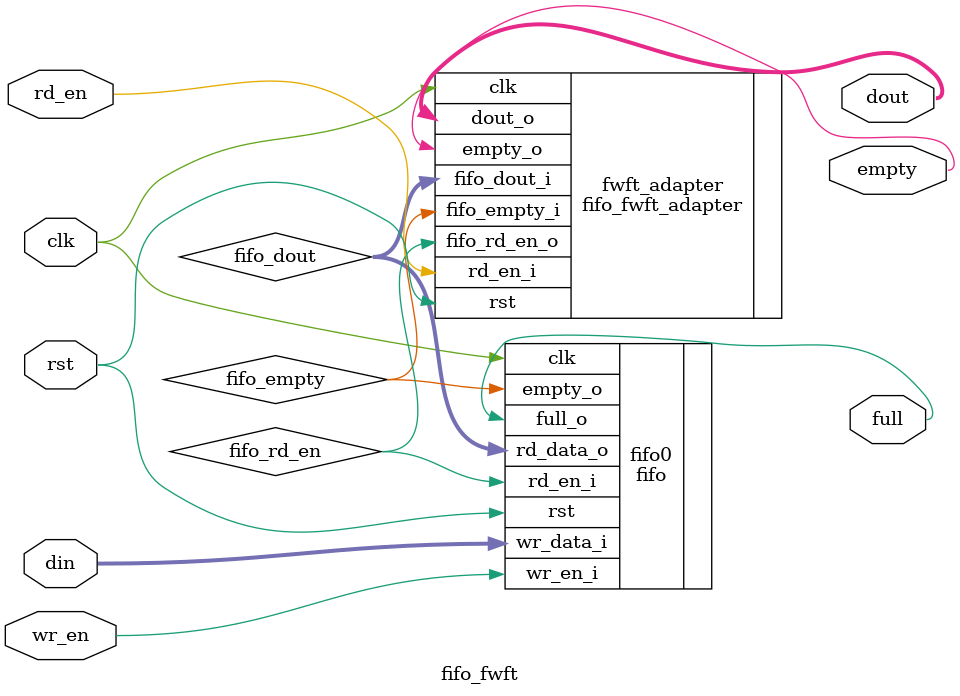
<source format=v>
/******************************************************************************
 FIFO with FWFT (First word fall-through)
 
 Copyright (C) 2013-2015 Olof Kindgren <olof.kindgren@gmail.com>
 https://github.com/olofk/fifo/blob/master/rtl/verilog/fifo_fwft.v

 ******************************************************************************/
module fifo_fwft
  #(parameter DATA_WIDTH = 0,
    parameter DEPTH_WIDTH = 0)
   (
    input                   clk,
    input                   rst,
    input [DATA_WIDTH-1:0]  din,
    input                   wr_en,
    output                  full,
    output [DATA_WIDTH-1:0] dout,
    input                   rd_en,
    output                  empty);

   wire [DATA_WIDTH-1:0]    fifo_dout;
   wire                     fifo_empty;
   wire                     fifo_rd_en;

   // orig_fifo is just a normal (non-FWFT) synchronous or asynchronous FIFO
   fifo
     #(.DEPTH_WIDTH (DEPTH_WIDTH),
       .DATA_WIDTH  (DATA_WIDTH))
   fifo0
     (
      .clk       (clk),
      .rst       (rst),
      .rd_en_i   (fifo_rd_en),
      .rd_data_o (fifo_dout),
      .empty_o   (fifo_empty),
      .wr_en_i   (wr_en),
      .wr_data_i (din),
      .full_o    (full));

   fifo_fwft_adapter
     #(.DATA_WIDTH (DATA_WIDTH))
   fwft_adapter
     (.clk          (clk),
      .rst          (rst),
      .rd_en_i      (rd_en),
      .fifo_empty_i (fifo_empty),
      .fifo_rd_en_o (fifo_rd_en),
      .fifo_dout_i  (fifo_dout),
      .dout_o       (dout),
      .empty_o      (empty));

endmodule

</source>
